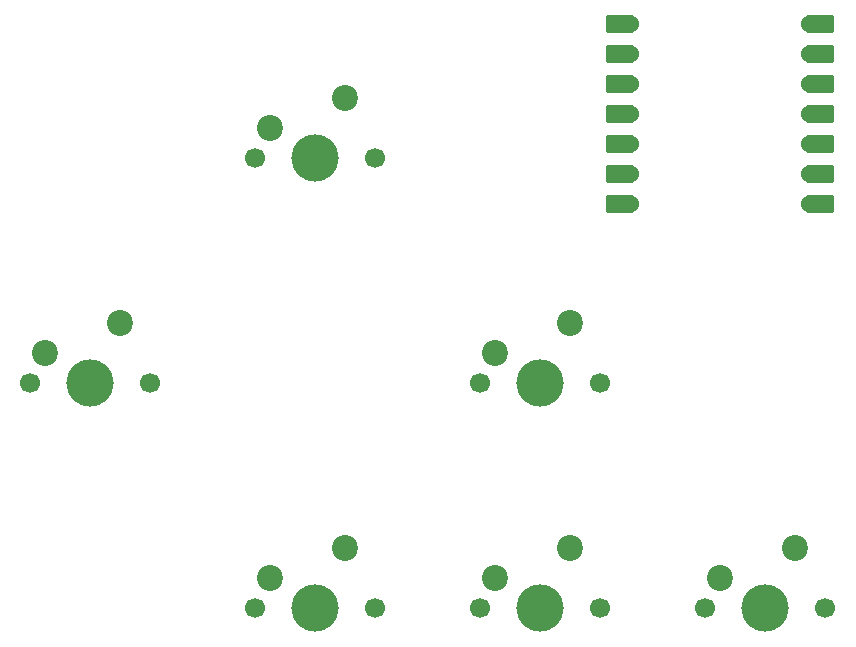
<source format=gbr>
%TF.GenerationSoftware,KiCad,Pcbnew,8.0.5*%
%TF.CreationDate,2025-02-18T21:33:55-07:00*%
%TF.ProjectId,nespad,6e657370-6164-42e6-9b69-6361645f7063,rev?*%
%TF.SameCoordinates,Original*%
%TF.FileFunction,Soldermask,Bot*%
%TF.FilePolarity,Negative*%
%FSLAX46Y46*%
G04 Gerber Fmt 4.6, Leading zero omitted, Abs format (unit mm)*
G04 Created by KiCad (PCBNEW 8.0.5) date 2025-02-18 21:33:55*
%MOMM*%
%LPD*%
G01*
G04 APERTURE LIST*
G04 Aperture macros list*
%AMRoundRect*
0 Rectangle with rounded corners*
0 $1 Rounding radius*
0 $2 $3 $4 $5 $6 $7 $8 $9 X,Y pos of 4 corners*
0 Add a 4 corners polygon primitive as box body*
4,1,4,$2,$3,$4,$5,$6,$7,$8,$9,$2,$3,0*
0 Add four circle primitives for the rounded corners*
1,1,$1+$1,$2,$3*
1,1,$1+$1,$4,$5*
1,1,$1+$1,$6,$7*
1,1,$1+$1,$8,$9*
0 Add four rect primitives between the rounded corners*
20,1,$1+$1,$2,$3,$4,$5,0*
20,1,$1+$1,$4,$5,$6,$7,0*
20,1,$1+$1,$6,$7,$8,$9,0*
20,1,$1+$1,$8,$9,$2,$3,0*%
G04 Aperture macros list end*
%ADD10C,1.700000*%
%ADD11C,4.000000*%
%ADD12C,2.200000*%
%ADD13RoundRect,0.152400X-1.063600X-0.609600X1.063600X-0.609600X1.063600X0.609600X-1.063600X0.609600X0*%
%ADD14C,1.524000*%
%ADD15RoundRect,0.152400X1.063600X0.609600X-1.063600X0.609600X-1.063600X-0.609600X1.063600X-0.609600X0*%
G04 APERTURE END LIST*
D10*
%TO.C,SW4*%
X131110000Y-99210000D03*
D11*
X136190000Y-99210000D03*
D10*
X141270000Y-99210000D03*
D12*
X138730000Y-94130000D03*
X132380000Y-96670000D03*
%TD*%
D10*
%TO.C,SW2*%
X112060000Y-118260000D03*
D11*
X117140000Y-118260000D03*
D10*
X122220000Y-118260000D03*
D12*
X119680000Y-113180000D03*
X113330000Y-115720000D03*
%TD*%
D10*
%TO.C,SW1*%
X112060000Y-80160000D03*
D11*
X117140000Y-80160000D03*
D10*
X122220000Y-80160000D03*
D12*
X119680000Y-75080000D03*
X113330000Y-77620000D03*
%TD*%
D10*
%TO.C,SW5*%
X131110000Y-118260000D03*
D11*
X136190000Y-118260000D03*
D10*
X141270000Y-118260000D03*
D12*
X138730000Y-113180000D03*
X132380000Y-115720000D03*
%TD*%
D10*
%TO.C,SW6*%
X150160000Y-118260000D03*
D11*
X155240000Y-118260000D03*
D10*
X160320000Y-118260000D03*
D12*
X157780000Y-113180000D03*
X151430000Y-115720000D03*
%TD*%
D10*
%TO.C,SW3*%
X93010000Y-99210000D03*
D11*
X98090000Y-99210000D03*
D10*
X103170000Y-99210000D03*
D12*
X100630000Y-94130000D03*
X94280000Y-96670000D03*
%TD*%
D13*
%TO.C,U1*%
X159870000Y-68858500D03*
D14*
X159035000Y-68858500D03*
D13*
X159870000Y-71398500D03*
D14*
X159035000Y-71398500D03*
D13*
X159870000Y-73938500D03*
D14*
X159035000Y-73938500D03*
D13*
X159870000Y-76478500D03*
D14*
X159035000Y-76478500D03*
D13*
X159870000Y-79018500D03*
D14*
X159035000Y-79018500D03*
D13*
X159870000Y-81558500D03*
D14*
X159035000Y-81558500D03*
D13*
X159870000Y-84098500D03*
D14*
X159035000Y-84098500D03*
X143795000Y-84098500D03*
D15*
X142960000Y-84098500D03*
D14*
X143795000Y-81558500D03*
D15*
X142960000Y-81558500D03*
D14*
X143795000Y-79018500D03*
D15*
X142960000Y-79018500D03*
D14*
X143795000Y-76478500D03*
D15*
X142960000Y-76478500D03*
D14*
X143795000Y-73938500D03*
D15*
X142960000Y-73938500D03*
D14*
X143795000Y-71398500D03*
D15*
X142960000Y-71398500D03*
D14*
X143795000Y-68858500D03*
D15*
X142960000Y-68858500D03*
%TD*%
M02*

</source>
